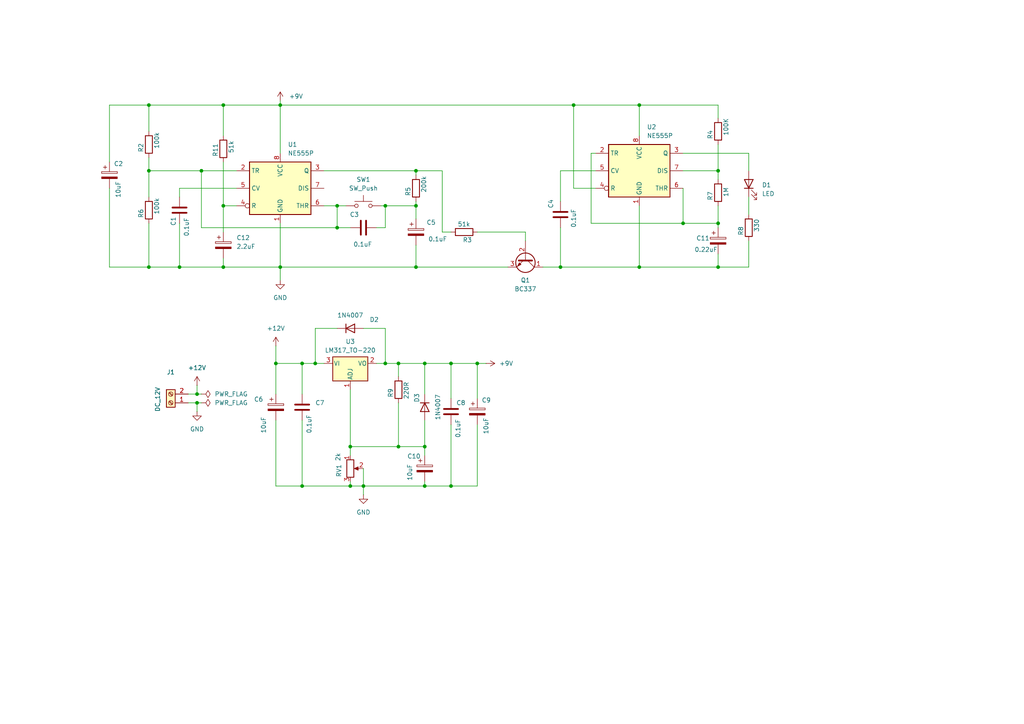
<source format=kicad_sch>
(kicad_sch (version 20231120) (generator "eeschema") (generator_version "8.0")
  (paper "A4")
  (lib_symbols
    (symbol "Connector:Screw_Terminal_01x02" (pin_names (offset 1.016) hide)
      (property "Reference" "J" (at 0 2.54 0))
      (property "Value" "Screw_Terminal_01x02" (at 0 -5.08 0))
      (symbol "Screw_Terminal_01x02_1_1"
        (rectangle (start -1.27 1.27) (end 1.27 -3.81) (stroke (width 0.254)) (fill (type background)))
        (circle (center 0 -2.54) (radius 0.635) (stroke (width 0.1524)))
        (polyline (pts (xy -0.5334 -2.2098) (xy 0.3302 -3.048)) (stroke (width 0.1524)))
        (polyline (pts (xy -0.5334 0.3302) (xy 0.3302 -0.508)) (stroke (width 0.1524)))
        (polyline (pts (xy -0.3556 -2.032) (xy 0.508 -2.8702)) (stroke (width 0.1524)))
        (polyline (pts (xy -0.3556 0.508) (xy 0.508 -0.3302)) (stroke (width 0.1524)))
        (circle (center 0 0) (radius 0.635) (stroke (width 0.1524)))
        (pin passive line (at -5.08 0 0) (length 3.81) (name "Pin_1") (number "1"))
        (pin passive line (at -5.08 -2.54 0) (length 3.81) (name "Pin_2") (number "2"))
      )
    )
    (symbol "Device:C" (pin_numbers hide) (pin_names (offset 0.254))
      (property "Reference" "C" (at 0.635 2.54 0))
      (property "Value" "C" (at 0.635 -2.54 0))
      (symbol "C_0_1"
        (polyline (pts (xy -2.032 -0.762) (xy 2.032 -0.762)) (stroke (width 0.508)))
        (polyline (pts (xy -2.032 0.762) (xy 2.032 0.762)) (stroke (width 0.508)))
      )
      (symbol "C_1_1"
        (pin passive line (at 0 3.81 270) (length 2.794) (name "~") (number "1"))
        (pin passive line (at 0 -3.81 90) (length 2.794) (name "~") (number "2"))
      )
    )
    (symbol "Device:C_Polarized" (pin_numbers hide) (pin_names (offset 0.254))
      (property "Reference" "C" (at 0.635 2.54 0))
      (property "Value" "C_Polarized" (at 0.635 -2.54 0))
      (symbol "C_Polarized_0_1"
        (rectangle (start -2.286 0.508) (end 2.286 1.016))
        (polyline (pts (xy -1.778 2.286) (xy -0.762 2.286)))
        (polyline (pts (xy -1.27 2.794) (xy -1.27 1.778)))
        (rectangle (start 2.286 -0.508) (end -2.286 -1.016) (fill (type outline)))
      )
      (symbol "C_Polarized_1_1"
        (pin passive line (at 0 3.81 270) (length 2.794) (name "~") (number "1"))
        (pin passive line (at 0 -3.81 90) (length 2.794) (name "~") (number "2"))
      )
    )
    (symbol "Device:LED" (pin_numbers hide) (pin_names (offset 1.016) hide)
      (property "Reference" "D" (at 0 2.54 0))
      (property "Value" "LED" (at 0 -2.54 0))
      (symbol "LED_0_1"
        (polyline (pts (xy -1.27 -1.27) (xy -1.27 1.27)) (stroke (width 0.254)))
        (polyline (pts (xy -1.27 0) (xy 1.27 0)))
        (polyline (pts (xy 1.27 -1.27) (xy 1.27 1.27) (xy -1.27 0) (xy 1.27 -1.27)) (stroke (width 0.254)))
        (polyline (pts (xy -3.048 -0.762) (xy -4.572 -2.286) (xy -3.81 -2.286) (xy -4.572 -2.286) (xy -4.572 -1.524)))
        (polyline (pts (xy -1.778 -0.762) (xy -3.302 -2.286) (xy -2.54 -2.286) (xy -3.302 -2.286) (xy -3.302 -1.524)))
      )
      (symbol "LED_1_1"
        (pin passive line (at -3.81 0 0) (length 2.54) (name "K") (number "1"))
        (pin passive line (at 3.81 0 180) (length 2.54) (name "A") (number "2"))
      )
    )
    (symbol "Device:R" (pin_numbers hide) (pin_names (offset 0))
      (property "Reference" "R" (at 2.032 0 90))
      (property "Value" "R" (at 0 0 90))
      (symbol "R_0_1"
        (rectangle (start -1.016 -2.54) (end 1.016 2.54) (stroke (width 0.254)))
      )
      (symbol "R_1_1"
        (pin passive line (at 0 3.81 270) (length 1.27) (name "~") (number "1"))
        (pin passive line (at 0 -3.81 90) (length 1.27) (name "~") (number "2"))
      )
    )
    (symbol "Device:R_Potentiometer" (pin_names (offset 1.016) hide)
      (property "Reference" "RV" (at -4.445 0 90))
      (property "Value" "R_Potentiometer" (at -2.54 0 90))
      (symbol "R_Potentiometer_0_1"
        (polyline (pts (xy 2.54 0) (xy 1.524 0)))
        (polyline (pts (xy 1.143 0) (xy 2.286 0.508) (xy 2.286 -0.508) (xy 1.143 0)) (fill (type outline)))
        (rectangle (start 1.016 2.54) (end -1.016 -2.54) (stroke (width 0.254)))
      )
      (symbol "R_Potentiometer_1_1"
        (pin passive line (at 0 3.81 270) (length 1.27) (name "1") (number "1"))
        (pin passive line (at 3.81 0 180) (length 1.27) (name "2") (number "2"))
        (pin passive line (at 0 -3.81 90) (length 1.27) (name "3") (number "3"))
      )
    )
    (symbol "Diode:1N4007" (pin_numbers hide) (pin_names hide)
      (property "Reference" "D" (at 0 2.54 0))
      (property "Value" "1N4007" (at 0 -2.54 0))
      (symbol "1N4007_0_1"
        (polyline (pts (xy -1.27 1.27) (xy -1.27 -1.27)) (stroke (width 0.254)))
        (polyline (pts (xy 1.27 0) (xy -1.27 0)))
        (polyline (pts (xy 1.27 1.27) (xy 1.27 -1.27) (xy -1.27 0) (xy 1.27 1.27)) (stroke (width 0.254)))
      )
      (symbol "1N4007_1_1"
        (pin passive line (at -3.81 0 0) (length 2.54) (name "K") (number "1"))
        (pin passive line (at 3.81 0 180) (length 2.54) (name "A") (number "2"))
      )
    )
    (symbol "Regulator_Linear:LM317_TO-220" (pin_names (offset 0.254))
      (property "Reference" "U" (at -3.81 3.175 0))
      (property "Value" "LM317_TO-220" (at 0 3.175 0))
      (symbol "LM317_TO-220_0_1"
        (rectangle (start -5.08 1.905) (end 5.08 -5.08) (stroke (width 0.254)) (fill (type background)))
      )
      (symbol "LM317_TO-220_1_1"
        (pin input line (at 0 -7.62 90) (length 2.54) (name "ADJ") (number "1"))
        (pin power_out line (at 7.62 0 180) (length 2.54) (name "VO") (number "2"))
        (pin power_in line (at -7.62 0 0) (length 2.54) (name "VI") (number "3"))
      )
    )
    (symbol "Switch:SW_Push" (pin_numbers hide) (pin_names (offset 1.016) hide)
      (property "Reference" "SW" (at 1.27 2.54 0))
      (property "Value" "SW_Push" (at 0 -1.524 0))
      (symbol "SW_Push_0_1"
        (circle (center -2.032 0) (radius 0.508))
        (polyline (pts (xy 0 1.27) (xy 0 3.048)))
        (polyline (pts (xy 2.54 1.27) (xy -2.54 1.27)))
        (circle (center 2.032 0) (radius 0.508))
        (pin passive line (at -5.08 0 0) (length 2.54) (name "1") (number "1"))
        (pin passive line (at 5.08 0 180) (length 2.54) (name "2") (number "2"))
      )
    )
    (symbol "Timer:NE555P"
      (property "Reference" "U" (at -10.16 8.89 0))
      (property "Value" "NE555P" (at 2.54 8.89 0))
      (symbol "NE555P_0_0"
        (pin power_in line (at 0 -10.16 90) (length 2.54) (name "GND") (number "1"))
        (pin power_in line (at 0 10.16 270) (length 2.54) (name "VCC") (number "8"))
      )
      (symbol "NE555P_0_1"
        (rectangle (start -8.89 -7.62) (end 8.89 7.62) (stroke (width 0.254)) (fill (type background)))
        (rectangle (start -8.89 -7.62) (end 8.89 7.62) (stroke (width 0.254)) (fill (type background)))
      )
      (symbol "NE555P_1_1"
        (pin input line (at -12.7 5.08 0) (length 3.81) (name "TR") (number "2"))
        (pin output line (at 12.7 5.08 180) (length 3.81) (name "Q") (number "3"))
        (pin input inverted (at -12.7 -5.08 0) (length 3.81) (name "R") (number "4"))
        (pin input line (at -12.7 0 0) (length 3.81) (name "CV") (number "5"))
        (pin input line (at 12.7 -5.08 180) (length 3.81) (name "THR") (number "6"))
        (pin input line (at 12.7 0 180) (length 3.81) (name "DIS") (number "7"))
      )
    )
    (symbol "Transistor_BJT:BC337" (pin_names (offset 0) hide)
      (property "Reference" "Q" (at 5.08 1.905 0))
      (property "Value" "BC337" (at 5.08 0 0))
      (symbol "BC337_0_1"
        (polyline (pts (xy 0 0) (xy 0.635 0)))
        (polyline (pts (xy 0.635 0.635) (xy 2.54 2.54)))
        (polyline (pts (xy 0.635 -0.635) (xy 2.54 -2.54) (xy 2.54 -2.54)))
        (polyline (pts (xy 0.635 1.905) (xy 0.635 -1.905) (xy 0.635 -1.905)) (stroke (width 0.508)))
        (polyline (pts (xy 1.27 -1.778) (xy 1.778 -1.27) (xy 2.286 -2.286) (xy 1.27 -1.778) (xy 1.27 -1.778)) (fill (type outline)))
        (circle (center 1.27 0) (radius 2.8194) (stroke (width 0.254)))
      )
      (symbol "BC337_1_1"
        (pin passive line (at 2.54 5.08 270) (length 2.54) (name "C") (number "1"))
        (pin input line (at -5.08 0 0) (length 5.08) (name "B") (number "2"))
        (pin passive line (at 2.54 -5.08 90) (length 2.54) (name "E") (number "3"))
      )
    )
    (symbol "power:+12V" (power) (pin_numbers hide) (pin_names (offset 0) hide)
      (property "Value" "+12V" (at 0 3.556 0))
      (symbol "+12V_0_1"
        (polyline (pts (xy -0.762 1.27) (xy 0 2.54)))
        (polyline (pts (xy 0 0) (xy 0 2.54)))
        (polyline (pts (xy 0 2.54) (xy 0.762 1.27)))
      )
      (symbol "+12V_1_1"
        (pin power_in line (at 0 0 90) (length 0) (name "~") (number "1"))
      )
    )
    (symbol "power:+5V" (power) (pin_numbers hide) (pin_names (offset 0) hide)
      (property "Value" "+5V" (at 0 3.556 0))
      (symbol "+5V_0_1"
        (polyline (pts (xy -0.762 1.27) (xy 0 2.54)))
        (polyline (pts (xy 0 0) (xy 0 2.54)))
        (polyline (pts (xy 0 2.54) (xy 0.762 1.27)))
      )
      (symbol "+5V_1_1"
        (pin power_in line (at 0 0 90) (length 0) (name "~") (number "1"))
      )
    )
    (symbol "power:GND" (power) (pin_numbers hide) (pin_names (offset 0) hide)
      (property "Value" "GND" (at 0 -3.81 0))
      (symbol "GND_0_1"
        (polyline (pts (xy 0 0) (xy 0 -1.27) (xy 1.27 -1.27) (xy 0 -2.54) (xy -1.27 -1.27) (xy 0 -1.27)))
      )
      (symbol "GND_1_1"
        (pin power_in line (at 0 0 270) (length 0) (name "~") (number "1"))
      )
    )
    (symbol "power:PWR_FLAG" (power) (pin_numbers hide) (pin_names (offset 0) hide)
      (property "Value" "PWR_FLAG" (at 0 3.81 0))
      (symbol "PWR_FLAG_0_0"
        (pin power_out line (at 0 0 90) (length 0) (name "~") (number "1"))
      )
      (symbol "PWR_FLAG_0_1"
        (polyline (pts (xy 0 0) (xy 0 1.27) (xy -1.016 1.905) (xy 0 2.54) (xy 1.016 1.905) (xy 0 1.27)))
      )
    )
  )
  (junction (at 123.19 140.97))
  (junction (at 64.77 59.69))
  (junction (at 87.63 105.41))
  (junction (at 111.76 105.41))
  (junction (at 115.57 129.54))
  (junction (at 115.57 105.41))
  (junction (at 130.81 140.97))
  (junction (at 57.15 116.84))
  (junction (at 120.65 49.53))
  (junction (at 130.81 105.41))
  (junction (at 97.79 59.69))
  (junction (at 97.79 66.04))
  (junction (at 162.56 77.47))
  (junction (at 101.6 129.54))
  (junction (at 43.18 49.53))
  (junction (at 198.12 64.77))
  (junction (at 64.77 30.48))
  (junction (at 138.43 105.41))
  (junction (at 105.41 140.97))
  (junction (at 123.19 105.41))
  (junction (at 43.18 30.48))
  (junction (at 185.42 77.47))
  (junction (at 81.28 77.47))
  (junction (at 123.19 129.54))
  (junction (at 43.18 77.47))
  (junction (at 166.37 30.48))
  (junction (at 120.65 59.69))
  (junction (at 58.42 49.53))
  (junction (at 80.01 105.41))
  (junction (at 64.77 77.47))
  (junction (at 185.42 30.48))
  (junction (at 120.65 77.47))
  (junction (at 208.28 64.77))
  (junction (at 87.63 140.97))
  (junction (at 208.28 77.47))
  (junction (at 101.6 140.97))
  (junction (at 81.28 30.48))
  (junction (at 208.28 49.53))
  (junction (at 91.44 105.41))
  (junction (at 52.07 77.47))
  (junction (at 57.15 114.3))
  (junction (at 111.76 59.69))
  (wire (pts (xy 208.28 30.48) (xy 208.28 34.29)))
  (wire (pts (xy 208.28 64.77) (xy 208.28 66.04)))
  (wire (pts (xy 64.77 30.48) (xy 81.28 30.48)))
  (wire (pts (xy 58.42 49.53) (xy 58.42 66.04)))
  (wire (pts (xy 54.61 116.84) (xy 57.15 116.84)))
  (wire (pts (xy 130.81 140.97) (xy 138.43 140.97)))
  (wire (pts (xy 185.42 77.47) (xy 208.28 77.47)))
  (wire (pts (xy 58.42 114.3) (xy 57.15 114.3)))
  (wire (pts (xy 105.41 140.97) (xy 105.41 143.51)))
  (wire (pts (xy 64.77 74.93) (xy 64.77 77.47)))
  (wire (pts (xy 208.28 73.66) (xy 208.28 77.47)))
  (wire (pts (xy 171.45 64.77) (xy 171.45 44.45)))
  (wire (pts (xy 80.01 100.33) (xy 80.01 105.41)))
  (wire (pts (xy 80.01 121.92) (xy 80.01 140.97)))
  (wire (pts (xy 54.61 114.3) (xy 57.15 114.3)))
  (wire (pts (xy 162.56 77.47) (xy 185.42 77.47)))
  (wire (pts (xy 80.01 140.97) (xy 87.63 140.97)))
  (wire (pts (xy 97.79 95.25) (xy 91.44 95.25)))
  (wire (pts (xy 97.79 66.04) (xy 101.6 66.04)))
  (wire (pts (xy 157.48 77.47) (xy 162.56 77.47)))
  (wire (pts (xy 58.42 49.53) (xy 68.58 49.53)))
  (wire (pts (xy 81.28 64.77) (xy 81.28 77.47)))
  (wire (pts (xy 172.72 49.53) (xy 162.56 49.53)))
  (wire (pts (xy 123.19 129.54) (xy 123.19 132.08)))
  (wire (pts (xy 87.63 140.97) (xy 101.6 140.97)))
  (wire (pts (xy 81.28 30.48) (xy 166.37 30.48)))
  (wire (pts (xy 217.17 69.85) (xy 217.17 77.47)))
  (wire (pts (xy 120.65 77.47) (xy 120.65 71.12)))
  (wire (pts (xy 185.42 30.48) (xy 185.42 39.37)))
  (wire (pts (xy 138.43 105.41) (xy 138.43 115.57)))
  (wire (pts (xy 115.57 116.84) (xy 115.57 129.54)))
  (wire (pts (xy 198.12 54.61) (xy 198.12 64.77)))
  (wire (pts (xy 64.77 59.69) (xy 64.77 67.31)))
  (wire (pts (xy 80.01 105.41) (xy 80.01 114.3)))
  (wire (pts (xy 208.28 77.47) (xy 217.17 77.47)))
  (wire (pts (xy 81.28 30.48) (xy 81.28 44.45)))
  (wire (pts (xy 43.18 30.48) (xy 64.77 30.48)))
  (wire (pts (xy 101.6 129.54) (xy 115.57 129.54)))
  (wire (pts (xy 109.22 66.04) (xy 111.76 66.04)))
  (wire (pts (xy 93.98 105.41) (xy 91.44 105.41)))
  (wire (pts (xy 120.65 77.47) (xy 147.32 77.47)))
  (wire (pts (xy 217.17 57.15) (xy 217.17 62.23)))
  (wire (pts (xy 130.81 67.31) (xy 128.27 67.31)))
  (wire (pts (xy 43.18 49.53) (xy 43.18 57.15)))
  (wire (pts (xy 123.19 139.7) (xy 123.19 140.97)))
  (wire (pts (xy 57.15 114.3) (xy 57.15 111.76)))
  (wire (pts (xy 101.6 129.54) (xy 101.6 132.08)))
  (wire (pts (xy 208.28 41.91) (xy 208.28 49.53)))
  (wire (pts (xy 31.75 77.47) (xy 43.18 77.47)))
  (wire (pts (xy 138.43 67.31) (xy 152.4 67.31)))
  (wire (pts (xy 101.6 139.7) (xy 101.6 140.97)))
  (wire (pts (xy 64.77 46.99) (xy 64.77 59.69)))
  (wire (pts (xy 166.37 54.61) (xy 172.72 54.61)))
  (wire (pts (xy 91.44 105.41) (xy 87.63 105.41)))
  (wire (pts (xy 111.76 59.69) (xy 111.76 66.04)))
  (wire (pts (xy 105.41 95.25) (xy 111.76 95.25)))
  (wire (pts (xy 68.58 54.61) (xy 52.07 54.61)))
  (wire (pts (xy 120.65 49.53) (xy 120.65 50.8)))
  (wire (pts (xy 87.63 105.41) (xy 87.63 114.3)))
  (wire (pts (xy 123.19 105.41) (xy 123.19 114.3)))
  (wire (pts (xy 166.37 30.48) (xy 185.42 30.48)))
  (wire (pts (xy 105.41 140.97) (xy 123.19 140.97)))
  (wire (pts (xy 97.79 66.04) (xy 97.79 59.69)))
  (wire (pts (xy 115.57 105.41) (xy 115.57 109.22)))
  (wire (pts (xy 91.44 95.25) (xy 91.44 105.41)))
  (wire (pts (xy 43.18 77.47) (xy 43.18 64.77)))
  (wire (pts (xy 185.42 59.69) (xy 185.42 77.47)))
  (wire (pts (xy 120.65 59.69) (xy 120.65 63.5)))
  (wire (pts (xy 185.42 30.48) (xy 208.28 30.48)))
  (wire (pts (xy 198.12 49.53) (xy 208.28 49.53)))
  (wire (pts (xy 43.18 30.48) (xy 31.75 30.48)))
  (wire (pts (xy 64.77 77.47) (xy 81.28 77.47)))
  (wire (pts (xy 111.76 59.69) (xy 120.65 59.69)))
  (wire (pts (xy 43.18 38.1) (xy 43.18 30.48)))
  (wire (pts (xy 109.22 105.41) (xy 111.76 105.41)))
  (wire (pts (xy 217.17 44.45) (xy 217.17 49.53)))
  (wire (pts (xy 171.45 64.77) (xy 198.12 64.77)))
  (wire (pts (xy 43.18 45.72) (xy 43.18 49.53)))
  (wire (pts (xy 128.27 49.53) (xy 128.27 67.31)))
  (wire (pts (xy 115.57 105.41) (xy 123.19 105.41)))
  (wire (pts (xy 198.12 64.77) (xy 208.28 64.77)))
  (wire (pts (xy 105.41 140.97) (xy 105.41 135.89)))
  (wire (pts (xy 111.76 105.41) (xy 115.57 105.41)))
  (wire (pts (xy 115.57 129.54) (xy 123.19 129.54)))
  (wire (pts (xy 130.81 105.41) (xy 138.43 105.41)))
  (wire (pts (xy 120.65 49.53) (xy 128.27 49.53)))
  (wire (pts (xy 81.28 77.47) (xy 81.28 81.28)))
  (wire (pts (xy 130.81 123.19) (xy 130.81 140.97)))
  (wire (pts (xy 57.15 116.84) (xy 57.15 119.38)))
  (wire (pts (xy 43.18 49.53) (xy 58.42 49.53)))
  (wire (pts (xy 101.6 113.03) (xy 101.6 129.54)))
  (wire (pts (xy 208.28 49.53) (xy 208.28 52.07)))
  (wire (pts (xy 198.12 44.45) (xy 217.17 44.45)))
  (wire (pts (xy 166.37 30.48) (xy 166.37 54.61)))
  (wire (pts (xy 64.77 59.69) (xy 68.58 59.69)))
  (wire (pts (xy 162.56 49.53) (xy 162.56 58.42)))
  (wire (pts (xy 162.56 66.04) (xy 162.56 77.47)))
  (wire (pts (xy 208.28 59.69) (xy 208.28 64.77)))
  (wire (pts (xy 31.75 30.48) (xy 31.75 46.99)))
  (wire (pts (xy 80.01 105.41) (xy 87.63 105.41)))
  (wire (pts (xy 52.07 54.61) (xy 52.07 57.15)))
  (wire (pts (xy 58.42 66.04) (xy 97.79 66.04)))
  (wire (pts (xy 123.19 140.97) (xy 130.81 140.97)))
  (wire (pts (xy 123.19 121.92) (xy 123.19 129.54)))
  (wire (pts (xy 93.98 59.69) (xy 97.79 59.69)))
  (wire (pts (xy 87.63 121.92) (xy 87.63 140.97)))
  (wire (pts (xy 93.98 49.53) (xy 120.65 49.53)))
  (wire (pts (xy 130.81 105.41) (xy 130.81 115.57)))
  (wire (pts (xy 64.77 30.48) (xy 64.77 39.37)))
  (wire (pts (xy 111.76 95.25) (xy 111.76 105.41)))
  (wire (pts (xy 152.4 67.31) (xy 152.4 69.85)))
  (wire (pts (xy 81.28 77.47) (xy 120.65 77.47)))
  (wire (pts (xy 138.43 105.41) (xy 140.97 105.41)))
  (wire (pts (xy 81.28 29.21) (xy 81.28 30.48)))
  (wire (pts (xy 52.07 64.77) (xy 52.07 77.47)))
  (wire (pts (xy 58.42 116.84) (xy 57.15 116.84)))
  (wire (pts (xy 123.19 105.41) (xy 130.81 105.41)))
  (wire (pts (xy 31.75 54.61) (xy 31.75 77.47)))
  (wire (pts (xy 101.6 140.97) (xy 105.41 140.97)))
  (wire (pts (xy 97.79 59.69) (xy 100.33 59.69)))
  (wire (pts (xy 171.45 44.45) (xy 172.72 44.45)))
  (wire (pts (xy 110.49 59.69) (xy 111.76 59.69)))
  (wire (pts (xy 138.43 140.97) (xy 138.43 123.19)))
  (wire (pts (xy 120.65 58.42) (xy 120.65 59.69)))
  (wire (pts (xy 43.18 77.47) (xy 52.07 77.47)))
  (wire (pts (xy 52.07 77.47) (xy 64.77 77.47)))
  (symbol (lib_id "Device:R") (at 64.77 43.18 180) (unit 1)
    (property "Reference" "R11" (at 62.484 45.466 90) (effects (justify right)))
    (property "Value" "51k" (at 67.056 44.45 90) (effects (justify right)))
    (property "Footprint" "Resistor_THT:R_Axial_DIN0204_L3.6mm_D1.6mm_P7.62mm_Horizontal" (effects (hide yes)))
    (property "Description" "Resistor" (effects (hide yes)))
  )
  (symbol (lib_id "Connector:Screw_Terminal_01x02") (at 49.53 116.84 180) (unit 1)
    (property "Reference" "J1" (at 49.53 107.95 0))
    (property "Value" "DC_12V" (at 45.72 115.824 90))
    (property "Footprint" "TerminalBlock_Phoenix:TerminalBlock_Phoenix_MKDS-3-2-5.08_1x02_P5.08mm_Horizontal" (effects (hide yes)))
    (property "Description" "Generic screw terminal, single row, 01x02, script generated (kicad-library-utils/schlib/autogen/connector/)" (effects (hide yes)))
  )
  (symbol (lib_id "power:+5V") (at 81.28 29.21 0) (unit 1)
    (property "Reference" "#PWR06" (effects (hide yes)))
    (property "Value" "+9V" (at 83.82 27.9399 0) (effects (justify left)))
    (property "Description" "Power symbol creates a global label with name \"+5V\"" (effects (hide yes)))
  )
  (symbol (lib_id "Device:R") (at 120.65 54.61 180) (unit 1)
    (property "Reference" "R5" (at 118.364 56.896 90) (effects (justify right)))
    (property "Value" "200k" (at 122.936 55.88 90) (effects (justify right)))
    (property "Footprint" "Resistor_THT:R_Axial_DIN0204_L3.6mm_D1.6mm_P7.62mm_Horizontal" (effects (hide yes)))
    (property "Description" "Resistor" (effects (hide yes)))
  )
  (symbol (lib_id "Device:R") (at 208.28 38.1 180) (unit 1)
    (property "Reference" "R4" (at 205.994 40.386 90) (effects (justify right)))
    (property "Value" "100K" (at 210.566 39.37 90) (effects (justify right)))
    (property "Footprint" "Resistor_THT:R_Axial_DIN0204_L3.6mm_D1.6mm_P7.62mm_Horizontal" (effects (hide yes)))
    (property "Description" "Resistor" (effects (hide yes)))
  )
  (symbol (lib_id "Transistor_BJT:BC337") (at 152.4 74.93 270) (unit 1)
    (property "Reference" "Q1" (at 152.4 81.28 90))
    (property "Value" "BC337" (at 152.4 83.82 90))
    (property "Footprint" "Package_TO_SOT_THT:TO-92_Inline" (effects (hide yes)))
    (property "Datasheet" "https://diotec.com/tl_files/diotec/files/pdf/datasheets/bc337.pdf" (effects (hide yes)))
    (property "Description" "0.8A Ic, 45V Vce, NPN Transistor, TO-92" (effects (hide yes)))
  )
  (symbol (lib_id "Diode:1N4007") (at 123.19 118.11 270) (unit 1)
    (property "Reference" "D3" (at 120.904 114.046 0) (effects (justify left)))
    (property "Value" "1N4007" (at 127 114.3 0) (effects (justify left)))
    (property "Footprint" "Diode_THT:D_DO-41_SOD81_P10.16mm_Horizontal" (effects (hide yes)))
    (property "Datasheet" "http://www.vishay.com/docs/88503/1n4001.pdf" (effects (hide yes)))
    (property "Description" "1000V 1A General Purpose Rectifier Diode, DO-41" (effects (hide yes)))
    (property "Sim.Device" "D" (effects (hide yes)))
    (property "Sim.Pins" "1=K 2=A" (effects (hide yes)))
  )
  (symbol (lib_id "Device:C") (at 87.63 118.11 0) (unit 1)
    (property "Reference" "C7" (at 91.44 116.8399 0) (effects (justify left)))
    (property "Value" "0.1uF" (at 89.662 125.73 90) (effects (justify left)))
    (property "Footprint" "Capacitor_THT:C_Disc_D3.0mm_W2.0mm_P2.50mm" (effects (hide yes)))
    (property "Description" "Unpolarized capacitor" (effects (hide yes)))
  )
  (symbol (lib_id "Regulator_Linear:LM317_TO-220") (at 101.6 105.41 0) (unit 1)
    (property "Reference" "U3" (at 101.6 99.06 0))
    (property "Value" "LM317_TO-220" (at 101.6 101.6 0))
    (property "Footprint" "Package_TO_SOT_THT:TO-220-3_Vertical" (effects (hide yes)))
    (property "Datasheet" "http://www.ti.com/lit/ds/symlink/lm317.pdf" (effects (hide yes)))
    (property "Description" "1.5A 35V Adjustable Linear Regulator, TO-220" (effects (hide yes)))
  )
  (symbol (lib_id "power:+12V") (at 57.15 111.76 0) (unit 1)
    (property "Reference" "#PWR03" (effects (hide yes)))
    (property "Value" "+12V" (at 57.15 106.68 0))
    (property "Description" "Power symbol creates a global label with name \"+12V\"" (effects (hide yes)))
  )
  (symbol (lib_id "Device:C_Polarized") (at 138.43 119.38 0) (unit 1)
    (property "Reference" "C9" (at 139.7 116.078 0) (effects (justify left)))
    (property "Value" "10uF" (at 140.97 125.984 90) (effects (justify left)))
    (property "Footprint" "Capacitor_THT:CP_Radial_D4.0mm_P2.00mm" (effects (hide yes)))
    (property "Description" "Polarized capacitor" (effects (hide yes)))
  )
  (symbol (lib_id "Device:C") (at 105.41 66.04 90) (unit 1)
    (property "Reference" "C3" (at 104.1399 62.23 90) (effects (justify left)))
    (property "Value" "0.1uF" (at 107.95 70.866 90) (effects (justify left)))
    (property "Footprint" "Capacitor_THT:C_Disc_D3.0mm_W2.0mm_P2.50mm" (effects (hide yes)))
    (property "Description" "Unpolarized capacitor" (effects (hide yes)))
  )
  (symbol (lib_id "Device:C") (at 130.81 119.38 0) (unit 1)
    (property "Reference" "C8" (at 132.334 116.84 0) (effects (justify left)))
    (property "Value" "0.1uF" (at 132.842 127 90) (effects (justify left)))
    (property "Footprint" "Capacitor_THT:C_Disc_D3.0mm_W2.0mm_P2.50mm" (effects (hide yes)))
    (property "Description" "Unpolarized capacitor" (effects (hide yes)))
  )
  (symbol (lib_id "power:GND") (at 105.41 143.51 0) (unit 1)
    (property "Reference" "#PWR05" (effects (hide yes)))
    (property "Value" "GND" (at 105.41 148.59 0))
    (property "Description" "Power symbol creates a global label with name \"GND\" , ground" (effects (hide yes)))
  )
  (symbol (lib_id "Timer:NE555P") (at 81.28 54.61 0) (unit 1)
    (property "Reference" "U1" (at 83.4741 41.91 0) (effects (justify left)))
    (property "Value" "NE555P" (at 83.4741 44.45 0) (effects (justify left)))
    (property "Footprint" "Package_DIP:DIP-8_W7.62mm" (effects (hide yes)))
    (property "Datasheet" "http://www.ti.com/lit/ds/symlink/ne555.pdf" (effects (hide yes)))
    (property "Description" "Precision Timers, 555 compatible,  PDIP-8" (effects (hide yes)))
  )
  (symbol (lib_id "Switch:SW_Push") (at 105.41 59.69 0) (unit 1)
    (property "Reference" "SW1" (at 105.41 52.07 0))
    (property "Value" "SW_Push" (at 105.41 54.61 0))
    (property "Footprint" "Button_Switch_THT:SW_PUSH_6mm_H5mm" (effects (hide yes)))
    (property "Description" "Push button switch, generic, two pins" (effects (hide yes)))
  )
  (symbol (lib_id "Device:R") (at 217.17 66.04 180) (unit 1)
    (property "Reference" "R8" (at 214.884 68.326 90) (effects (justify right)))
    (property "Value" "330" (at 219.456 67.31 90) (effects (justify right)))
    (property "Footprint" "Resistor_THT:R_Axial_DIN0204_L3.6mm_D1.6mm_P7.62mm_Horizontal" (effects (hide yes)))
    (property "Description" "Resistor" (effects (hide yes)))
  )
  (symbol (lib_id "Device:C_Polarized") (at 123.19 135.89 0) (unit 1)
    (property "Reference" "C10" (at 118.11 132.334 0) (effects (justify left)))
    (property "Value" "10uF" (at 118.872 139.446 90) (effects (justify left)))
    (property "Footprint" "Capacitor_THT:CP_Radial_D4.0mm_P2.00mm" (effects (hide yes)))
    (property "Description" "Polarized capacitor" (effects (hide yes)))
  )
  (symbol (lib_id "power:PWR_FLAG") (at 58.42 116.84 270) (unit 1)
    (property "Reference" "#FLG02" (effects (hide yes)))
    (property "Value" "PWR_FLAG" (at 62.23 116.8399 90) (effects (justify left)))
    (property "Description" "Special symbol for telling ERC where power comes from" (effects (hide yes)))
  )
  (symbol (lib_id "Device:C_Polarized") (at 80.01 118.11 0) (unit 1)
    (property "Reference" "C6" (at 73.66 115.824 0) (effects (justify left)))
    (property "Value" "10uF" (at 76.454 125.73 90) (effects (justify left)))
    (property "Footprint" "Capacitor_THT:CP_Radial_D4.0mm_P2.00mm" (effects (hide yes)))
    (property "Description" "Polarized capacitor" (effects (hide yes)))
  )
  (symbol (lib_id "Device:R_Potentiometer") (at 101.6 135.89 0) (unit 1)
    (property "Reference" "RV1" (at 98.298 134.62 90) (effects (justify right)))
    (property "Value" "2k" (at 98.044 131.318 90) (effects (justify right)))
    (property "Footprint" "Potentiometer_THT:Potentiometer_Bourns_3266Y_Vertical" (effects (hide yes)))
    (property "Description" "Potentiometer" (effects (hide yes)))
  )
  (symbol (lib_id "Device:R") (at 43.18 41.91 180) (unit 1)
    (property "Reference" "R2" (at 40.894 44.196 90) (effects (justify right)))
    (property "Value" "100k" (at 45.466 43.18 90) (effects (justify right)))
    (property "Footprint" "Resistor_THT:R_Axial_DIN0204_L3.6mm_D1.6mm_P7.62mm_Horizontal" (effects (hide yes)))
    (property "Description" "Resistor" (effects (hide yes)))
  )
  (symbol (lib_id "Device:R") (at 134.62 67.31 270) (unit 1)
    (property "Reference" "R3" (at 136.906 69.596 90) (effects (justify right)))
    (property "Value" "51k" (at 136.398 65.024 90) (effects (justify right)))
    (property "Footprint" "Resistor_THT:R_Axial_DIN0204_L3.6mm_D1.6mm_P7.62mm_Horizontal" (effects (hide yes)))
    (property "Description" "Resistor" (effects (hide yes)))
  )
  (symbol (lib_id "Device:C") (at 52.07 60.96 0) (unit 1)
    (property "Reference" "C1" (at 50.292 65.532 90) (effects (justify left)))
    (property "Value" "0.1uF" (at 54.102 68.58 90) (effects (justify left)))
    (property "Footprint" "Capacitor_THT:C_Disc_D3.0mm_W2.0mm_P2.50mm" (effects (hide yes)))
    (property "Description" "Unpolarized capacitor" (effects (hide yes)))
  )
  (symbol (lib_id "Device:C_Polarized") (at 64.77 71.12 0) (unit 1)
    (property "Reference" "C12" (at 68.58 68.9609 0) (effects (justify left)))
    (property "Value" "2.2uF" (at 68.58 71.5009 0) (effects (justify left)))
    (property "Footprint" "Capacitor_THT:CP_Radial_D4.0mm_P1.50mm" (effects (hide yes)))
    (property "Description" "Polarized capacitor" (effects (hide yes)))
  )
  (symbol (lib_id "power:PWR_FLAG") (at 58.42 114.3 270) (unit 1)
    (property "Reference" "#FLG01" (effects (hide yes)))
    (property "Value" "PWR_FLAG" (at 62.23 114.2999 90) (effects (justify left)))
    (property "Description" "Special symbol for telling ERC where power comes from" (effects (hide yes)))
  )
  (symbol (lib_id "Device:C_Polarized") (at 120.65 67.31 0) (unit 1)
    (property "Reference" "C5" (at 123.698 64.516 0) (effects (justify left)))
    (property "Value" "0.1uF" (at 124.206 69.342 0) (effects (justify left)))
    (property "Footprint" "Capacitor_THT:CP_Radial_D4.0mm_P2.00mm" (effects (hide yes)))
    (property "Description" "Polarized capacitor" (effects (hide yes)))
  )
  (symbol (lib_id "power:+5V") (at 140.97 105.41 270) (unit 1)
    (property "Reference" "#PWR02" (effects (hide yes)))
    (property "Value" "+9V" (at 144.78 105.4099 90) (effects (justify left)))
    (property "Description" "Power symbol creates a global label with name \"+5V\"" (effects (hide yes)))
  )
  (symbol (lib_id "power:+12V") (at 80.01 100.33 0) (unit 1)
    (property "Reference" "#PWR01" (effects (hide yes)))
    (property "Value" "+12V" (at 80.01 95.25 0))
    (property "Description" "Power symbol creates a global label with name \"+12V\"" (effects (hide yes)))
  )
  (symbol (lib_id "Diode:1N4007") (at 101.6 95.25 0) (unit 1)
    (property "Reference" "D2" (at 107.188 92.71 0) (effects (justify left)))
    (property "Value" "1N4007" (at 97.79 91.44 0) (effects (justify left)))
    (property "Footprint" "Diode_THT:D_DO-41_SOD81_P10.16mm_Horizontal" (effects (hide yes)))
    (property "Datasheet" "http://www.vishay.com/docs/88503/1n4001.pdf" (effects (hide yes)))
    (property "Description" "1000V 1A General Purpose Rectifier Diode, DO-41" (effects (hide yes)))
    (property "Sim.Device" "D" (effects (hide yes)))
    (property "Sim.Pins" "1=K 2=A" (effects (hide yes)))
  )
  (symbol (lib_id "power:GND") (at 57.15 119.38 0) (unit 1)
    (property "Reference" "#PWR04" (effects (hide yes)))
    (property "Value" "GND" (at 57.15 124.46 0))
    (property "Description" "Power symbol creates a global label with name \"GND\" , ground" (effects (hide yes)))
  )
  (symbol (lib_id "Device:C_Polarized") (at 208.28 69.85 0) (unit 1)
    (property "Reference" "C11" (at 201.93 69.088 0) (effects (justify left)))
    (property "Value" "0.22uF" (at 201.422 72.39 0) (effects (justify left)))
    (property "Footprint" "Capacitor_THT:CP_Radial_D4.0mm_P1.50mm" (effects (hide yes)))
    (property "Description" "Polarized capacitor" (effects (hide yes)))
  )
  (symbol (lib_id "Timer:NE555P") (at 185.42 49.53 0) (unit 1)
    (property "Reference" "U2" (at 187.6141 36.83 0) (effects (justify left)))
    (property "Value" "NE555P" (at 187.6141 39.37 0) (effects (justify left)))
    (property "Footprint" "Package_DIP:DIP-8_W7.62mm" (effects (hide yes)))
    (property "Datasheet" "http://www.ti.com/lit/ds/symlink/ne555.pdf" (effects (hide yes)))
    (property "Description" "Precision Timers, 555 compatible,  PDIP-8" (effects (hide yes)))
  )
  (symbol (lib_id "Device:C_Polarized") (at 31.75 50.8 0) (unit 1)
    (property "Reference" "C2" (at 33.02 47.498 0) (effects (justify left)))
    (property "Value" "10uF" (at 34.29 57.404 90) (effects (justify left)))
    (property "Footprint" "Capacitor_THT:CP_Radial_D4.0mm_P2.00mm" (effects (hide yes)))
    (property "Description" "Polarized capacitor" (effects (hide yes)))
  )
  (symbol (lib_id "Device:R") (at 208.28 55.88 180) (unit 1)
    (property "Reference" "R7" (at 205.994 58.166 90) (effects (justify right)))
    (property "Value" "1M" (at 210.566 57.15 90) (effects (justify right)))
    (property "Footprint" "Resistor_THT:R_Axial_DIN0204_L3.6mm_D1.6mm_P7.62mm_Horizontal" (effects (hide yes)))
    (property "Description" "Resistor" (effects (hide yes)))
  )
  (symbol (lib_id "Device:LED") (at 217.17 53.34 90) (unit 1)
    (property "Reference" "D1" (at 220.98 53.6574 90) (effects (justify right)))
    (property "Value" "LED" (at 220.98 56.1974 90) (effects (justify right)))
    (property "Footprint" "LED_THT:LED_D5.0mm_Clear" (effects (hide yes)))
    (property "Description" "Light emitting diode" (effects (hide yes)))
  )
  (symbol (lib_id "Device:C") (at 162.56 62.23 0) (unit 1)
    (property "Reference" "C4" (at 159.766 60.452 90) (effects (justify left)))
    (property "Value" "0.1uF" (at 166.37 66.04 90) (effects (justify left)))
    (property "Footprint" "Capacitor_THT:C_Disc_D3.0mm_W2.0mm_P2.50mm" (effects (hide yes)))
    (property "Description" "Unpolarized capacitor" (effects (hide yes)))
  )
  (symbol (lib_id "power:GND") (at 81.28 81.28 0) (unit 1)
    (property "Reference" "#PWR07" (effects (hide yes)))
    (property "Value" "GND" (at 81.28 86.36 0))
    (property "Description" "Power symbol creates a global label with name \"GND\" , ground" (effects (hide yes)))
  )
  (symbol (lib_id "Device:R") (at 115.57 113.03 180) (unit 1)
    (property "Reference" "R9" (at 113.284 115.316 90) (effects (justify right)))
    (property "Value" "220R" (at 117.856 115.824 90) (effects (justify right)))
    (property "Footprint" "Resistor_THT:R_Axial_DIN0204_L3.6mm_D1.6mm_P7.62mm_Horizontal" (effects (hide yes)))
    (property "Description" "Resistor" (effects (hide yes)))
  )
  (symbol (lib_id "Device:R") (at 43.18 60.96 180) (unit 1)
    (property "Reference" "R6" (at 40.894 63.246 90) (effects (justify right)))
    (property "Value" "100k" (at 45.466 62.23 90) (effects (justify right)))
    (property "Footprint" "Resistor_THT:R_Axial_DIN0204_L3.6mm_D1.6mm_P7.62mm_Horizontal" (effects (hide yes)))
    (property "Description" "Resistor" (effects (hide yes)))
  )
)
</source>
